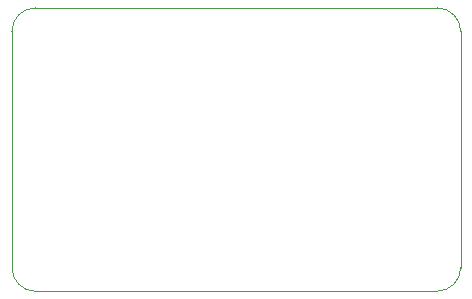
<source format=gbr>
%TF.GenerationSoftware,KiCad,Pcbnew,(6.0.0)*%
%TF.CreationDate,2022-03-17T14:09:45-06:00*%
%TF.ProjectId,sensor-board,73656e73-6f72-42d6-926f-6172642e6b69,rev?*%
%TF.SameCoordinates,Original*%
%TF.FileFunction,Profile,NP*%
%FSLAX46Y46*%
G04 Gerber Fmt 4.6, Leading zero omitted, Abs format (unit mm)*
G04 Created by KiCad (PCBNEW (6.0.0)) date 2022-03-17 14:09:45*
%MOMM*%
%LPD*%
G01*
G04 APERTURE LIST*
%TA.AperFunction,Profile*%
%ADD10C,0.100000*%
%TD*%
G04 APERTURE END LIST*
D10*
X125000000Y-56000000D02*
G75*
G03*
X123000000Y-58000000I-1J-1999999D01*
G01*
X125000000Y-80000000D02*
X159000000Y-80000000D01*
X159000000Y-80000000D02*
G75*
G03*
X161000000Y-78000000I1J1999999D01*
G01*
X161000000Y-58000000D02*
G75*
G03*
X159000000Y-56000000I-1999999J1D01*
G01*
X123000000Y-78000000D02*
G75*
G03*
X125000000Y-80000000I1999999J-1D01*
G01*
X161000000Y-78000000D02*
X161000000Y-58000000D01*
X159000000Y-56000000D02*
X125000000Y-56000000D01*
X123000000Y-58000000D02*
X123000000Y-78000000D01*
M02*

</source>
